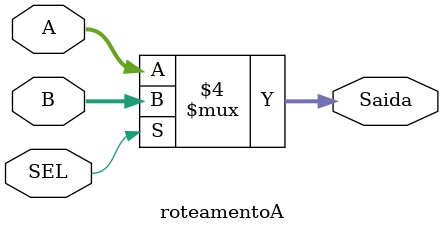
<source format=sv>
/*
 * LOAC 2022.1
 * Roteiro 02: Roteamento - ITEM A)
 * (c) Alexandre B. Corlet dos Santos, 119210883
 */

parameter NUM_BITS = 4;						// Define max number of bits

module roteamentoA(
  input logic [NUM_BITS - 1:0] A, B,
  input logic SEL,
  output logic [NUM_BITS - 1:0] Saida);
  
  always_comb begin
    if (~SEL)
      Saida <= A;
    else
      Saida <= B;
  end
  
endmodule

</source>
